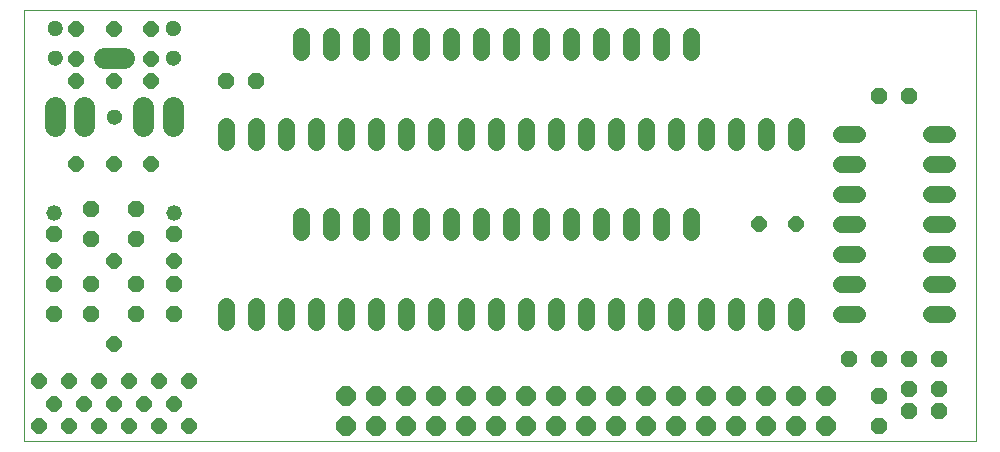
<source format=gts>
G75*
G70*
%OFA0B0*%
%FSLAX24Y24*%
%IPPOS*%
%LPD*%
%AMOC8*
5,1,8,0,0,1.08239X$1,22.5*
%
%ADD10C,0.0000*%
%ADD11C,0.0560*%
%ADD12OC8,0.0560*%
%ADD13OC8,0.0640*%
%ADD14C,0.0690*%
%ADD15C,0.0512*%
%ADD16OC8,0.0520*%
%ADD17C,0.0520*%
%ADD18OC8,0.0512*%
D10*
X002180Y003130D02*
X002180Y017500D01*
X033922Y017500D01*
X033922Y003130D01*
X002180Y003130D01*
X004944Y013949D02*
X004946Y013979D01*
X004952Y014009D01*
X004961Y014038D01*
X004974Y014065D01*
X004991Y014090D01*
X005010Y014113D01*
X005033Y014134D01*
X005058Y014151D01*
X005084Y014165D01*
X005113Y014175D01*
X005142Y014182D01*
X005172Y014185D01*
X005203Y014184D01*
X005233Y014179D01*
X005262Y014170D01*
X005289Y014158D01*
X005315Y014143D01*
X005339Y014124D01*
X005360Y014102D01*
X005378Y014078D01*
X005393Y014051D01*
X005404Y014023D01*
X005412Y013994D01*
X005416Y013964D01*
X005416Y013934D01*
X005412Y013904D01*
X005404Y013875D01*
X005393Y013847D01*
X005378Y013820D01*
X005360Y013796D01*
X005339Y013774D01*
X005315Y013755D01*
X005289Y013740D01*
X005262Y013728D01*
X005233Y013719D01*
X005203Y013714D01*
X005172Y013713D01*
X005142Y013716D01*
X005113Y013723D01*
X005084Y013733D01*
X005058Y013747D01*
X005033Y013764D01*
X005010Y013785D01*
X004991Y013808D01*
X004974Y013833D01*
X004961Y013860D01*
X004952Y013889D01*
X004946Y013919D01*
X004944Y013949D01*
X002975Y015917D02*
X002977Y015947D01*
X002983Y015977D01*
X002992Y016006D01*
X003005Y016033D01*
X003022Y016058D01*
X003041Y016081D01*
X003064Y016102D01*
X003089Y016119D01*
X003115Y016133D01*
X003144Y016143D01*
X003173Y016150D01*
X003203Y016153D01*
X003234Y016152D01*
X003264Y016147D01*
X003293Y016138D01*
X003320Y016126D01*
X003346Y016111D01*
X003370Y016092D01*
X003391Y016070D01*
X003409Y016046D01*
X003424Y016019D01*
X003435Y015991D01*
X003443Y015962D01*
X003447Y015932D01*
X003447Y015902D01*
X003443Y015872D01*
X003435Y015843D01*
X003424Y015815D01*
X003409Y015788D01*
X003391Y015764D01*
X003370Y015742D01*
X003346Y015723D01*
X003320Y015708D01*
X003293Y015696D01*
X003264Y015687D01*
X003234Y015682D01*
X003203Y015681D01*
X003173Y015684D01*
X003144Y015691D01*
X003115Y015701D01*
X003089Y015715D01*
X003064Y015732D01*
X003041Y015753D01*
X003022Y015776D01*
X003005Y015801D01*
X002992Y015828D01*
X002983Y015857D01*
X002977Y015887D01*
X002975Y015917D01*
X002975Y016902D02*
X002977Y016932D01*
X002983Y016962D01*
X002992Y016991D01*
X003005Y017018D01*
X003022Y017043D01*
X003041Y017066D01*
X003064Y017087D01*
X003089Y017104D01*
X003115Y017118D01*
X003144Y017128D01*
X003173Y017135D01*
X003203Y017138D01*
X003234Y017137D01*
X003264Y017132D01*
X003293Y017123D01*
X003320Y017111D01*
X003346Y017096D01*
X003370Y017077D01*
X003391Y017055D01*
X003409Y017031D01*
X003424Y017004D01*
X003435Y016976D01*
X003443Y016947D01*
X003447Y016917D01*
X003447Y016887D01*
X003443Y016857D01*
X003435Y016828D01*
X003424Y016800D01*
X003409Y016773D01*
X003391Y016749D01*
X003370Y016727D01*
X003346Y016708D01*
X003320Y016693D01*
X003293Y016681D01*
X003264Y016672D01*
X003234Y016667D01*
X003203Y016666D01*
X003173Y016669D01*
X003144Y016676D01*
X003115Y016686D01*
X003089Y016700D01*
X003064Y016717D01*
X003041Y016738D01*
X003022Y016761D01*
X003005Y016786D01*
X002992Y016813D01*
X002983Y016842D01*
X002977Y016872D01*
X002975Y016902D01*
X006913Y016902D02*
X006915Y016932D01*
X006921Y016962D01*
X006930Y016991D01*
X006943Y017018D01*
X006960Y017043D01*
X006979Y017066D01*
X007002Y017087D01*
X007027Y017104D01*
X007053Y017118D01*
X007082Y017128D01*
X007111Y017135D01*
X007141Y017138D01*
X007172Y017137D01*
X007202Y017132D01*
X007231Y017123D01*
X007258Y017111D01*
X007284Y017096D01*
X007308Y017077D01*
X007329Y017055D01*
X007347Y017031D01*
X007362Y017004D01*
X007373Y016976D01*
X007381Y016947D01*
X007385Y016917D01*
X007385Y016887D01*
X007381Y016857D01*
X007373Y016828D01*
X007362Y016800D01*
X007347Y016773D01*
X007329Y016749D01*
X007308Y016727D01*
X007284Y016708D01*
X007258Y016693D01*
X007231Y016681D01*
X007202Y016672D01*
X007172Y016667D01*
X007141Y016666D01*
X007111Y016669D01*
X007082Y016676D01*
X007053Y016686D01*
X007027Y016700D01*
X007002Y016717D01*
X006979Y016738D01*
X006960Y016761D01*
X006943Y016786D01*
X006930Y016813D01*
X006921Y016842D01*
X006915Y016872D01*
X006913Y016902D01*
X006913Y015917D02*
X006915Y015947D01*
X006921Y015977D01*
X006930Y016006D01*
X006943Y016033D01*
X006960Y016058D01*
X006979Y016081D01*
X007002Y016102D01*
X007027Y016119D01*
X007053Y016133D01*
X007082Y016143D01*
X007111Y016150D01*
X007141Y016153D01*
X007172Y016152D01*
X007202Y016147D01*
X007231Y016138D01*
X007258Y016126D01*
X007284Y016111D01*
X007308Y016092D01*
X007329Y016070D01*
X007347Y016046D01*
X007362Y016019D01*
X007373Y015991D01*
X007381Y015962D01*
X007385Y015932D01*
X007385Y015902D01*
X007381Y015872D01*
X007373Y015843D01*
X007362Y015815D01*
X007347Y015788D01*
X007329Y015764D01*
X007308Y015742D01*
X007284Y015723D01*
X007258Y015708D01*
X007231Y015696D01*
X007202Y015687D01*
X007172Y015682D01*
X007141Y015681D01*
X007111Y015684D01*
X007082Y015691D01*
X007053Y015701D01*
X007027Y015715D01*
X007002Y015732D01*
X006979Y015753D01*
X006960Y015776D01*
X006943Y015801D01*
X006930Y015828D01*
X006921Y015857D01*
X006915Y015887D01*
X006913Y015917D01*
D11*
X008930Y013640D02*
X008930Y013120D01*
X009930Y013120D02*
X009930Y013640D01*
X010930Y013640D02*
X010930Y013120D01*
X011930Y013120D02*
X011930Y013640D01*
X012930Y013640D02*
X012930Y013120D01*
X013930Y013120D02*
X013930Y013640D01*
X014930Y013640D02*
X014930Y013120D01*
X015930Y013120D02*
X015930Y013640D01*
X016930Y013640D02*
X016930Y013120D01*
X017930Y013120D02*
X017930Y013640D01*
X018930Y013640D02*
X018930Y013120D01*
X019930Y013120D02*
X019930Y013640D01*
X020930Y013640D02*
X020930Y013120D01*
X021930Y013120D02*
X021930Y013640D01*
X022930Y013640D02*
X022930Y013120D01*
X023930Y013120D02*
X023930Y013640D01*
X024930Y013640D02*
X024930Y013120D01*
X025930Y013120D02*
X025930Y013640D01*
X026930Y013640D02*
X026930Y013120D01*
X027930Y013120D02*
X027930Y013640D01*
X029420Y013380D02*
X029940Y013380D01*
X029940Y012380D02*
X029420Y012380D01*
X029420Y011380D02*
X029940Y011380D01*
X029940Y010380D02*
X029420Y010380D01*
X029420Y009380D02*
X029940Y009380D01*
X029940Y008380D02*
X029420Y008380D01*
X027930Y007640D02*
X027930Y007120D01*
X026930Y007120D02*
X026930Y007640D01*
X025930Y007640D02*
X025930Y007120D01*
X024930Y007120D02*
X024930Y007640D01*
X023930Y007640D02*
X023930Y007120D01*
X022930Y007120D02*
X022930Y007640D01*
X021930Y007640D02*
X021930Y007120D01*
X020930Y007120D02*
X020930Y007640D01*
X019930Y007640D02*
X019930Y007120D01*
X018930Y007120D02*
X018930Y007640D01*
X017930Y007640D02*
X017930Y007120D01*
X016930Y007120D02*
X016930Y007640D01*
X015930Y007640D02*
X015930Y007120D01*
X014930Y007120D02*
X014930Y007640D01*
X013930Y007640D02*
X013930Y007120D01*
X012930Y007120D02*
X012930Y007640D01*
X011930Y007640D02*
X011930Y007120D01*
X010930Y007120D02*
X010930Y007640D01*
X009930Y007640D02*
X009930Y007120D01*
X008930Y007120D02*
X008930Y007640D01*
X011430Y010120D02*
X011430Y010640D01*
X012430Y010640D02*
X012430Y010120D01*
X013430Y010120D02*
X013430Y010640D01*
X014430Y010640D02*
X014430Y010120D01*
X015430Y010120D02*
X015430Y010640D01*
X016430Y010640D02*
X016430Y010120D01*
X017430Y010120D02*
X017430Y010640D01*
X018430Y010640D02*
X018430Y010120D01*
X019430Y010120D02*
X019430Y010640D01*
X020430Y010640D02*
X020430Y010120D01*
X021430Y010120D02*
X021430Y010640D01*
X022430Y010640D02*
X022430Y010120D01*
X023430Y010120D02*
X023430Y010640D01*
X024430Y010640D02*
X024430Y010120D01*
X029420Y007380D02*
X029940Y007380D01*
X032420Y007380D02*
X032940Y007380D01*
X032940Y008380D02*
X032420Y008380D01*
X032420Y009380D02*
X032940Y009380D01*
X032940Y010380D02*
X032420Y010380D01*
X032420Y011380D02*
X032940Y011380D01*
X032940Y012380D02*
X032420Y012380D01*
X032420Y013380D02*
X032940Y013380D01*
X024430Y016120D02*
X024430Y016640D01*
X023430Y016640D02*
X023430Y016120D01*
X022430Y016120D02*
X022430Y016640D01*
X021430Y016640D02*
X021430Y016120D01*
X020430Y016120D02*
X020430Y016640D01*
X019430Y016640D02*
X019430Y016120D01*
X018430Y016120D02*
X018430Y016640D01*
X017430Y016640D02*
X017430Y016120D01*
X016430Y016120D02*
X016430Y016640D01*
X015430Y016640D02*
X015430Y016120D01*
X014430Y016120D02*
X014430Y016640D01*
X013430Y016640D02*
X013430Y016120D01*
X012430Y016120D02*
X012430Y016640D01*
X011430Y016640D02*
X011430Y016120D01*
D12*
X009930Y015130D03*
X008930Y015130D03*
X005930Y010880D03*
X005930Y009880D03*
X004430Y009880D03*
X004430Y010880D03*
X004430Y008380D03*
X003180Y008380D03*
X003180Y007380D03*
X004430Y007380D03*
X005930Y007380D03*
X007180Y007380D03*
X007180Y008380D03*
X005930Y008380D03*
X029680Y005880D03*
X030680Y005880D03*
X031680Y005880D03*
X032680Y005880D03*
X032680Y004880D03*
X031680Y004880D03*
X030680Y004630D03*
X031680Y004130D03*
X032680Y004130D03*
X030680Y003630D03*
X030680Y014630D03*
X031680Y014630D03*
D13*
X028930Y004630D03*
X027930Y004630D03*
X026930Y004630D03*
X025930Y004630D03*
X024930Y004630D03*
X023930Y004630D03*
X022930Y004630D03*
X021930Y004630D03*
X020930Y004630D03*
X019930Y004630D03*
X018930Y004630D03*
X017930Y004630D03*
X016930Y004630D03*
X015930Y004630D03*
X014930Y004630D03*
X013930Y004630D03*
X012930Y004630D03*
X012930Y003630D03*
X013930Y003630D03*
X014930Y003630D03*
X015930Y003630D03*
X016930Y003630D03*
X017930Y003630D03*
X018930Y003630D03*
X019930Y003630D03*
X020930Y003630D03*
X021930Y003630D03*
X022930Y003630D03*
X023930Y003630D03*
X024930Y003630D03*
X025930Y003630D03*
X026930Y003630D03*
X027930Y003630D03*
X028930Y003630D03*
D14*
X007149Y013624D02*
X007149Y014274D01*
X006164Y014274D02*
X006164Y013624D01*
X004196Y013624D02*
X004196Y014274D01*
X003211Y014274D02*
X003211Y013624D01*
X004855Y015917D02*
X005505Y015917D01*
D15*
X007149Y015917D03*
X007149Y016902D03*
X003211Y016902D03*
X003211Y015917D03*
X005180Y013949D03*
D16*
X003180Y010030D03*
X007180Y010030D03*
D17*
X007180Y010730D03*
X003180Y010730D03*
D18*
X003180Y009130D03*
X005180Y009130D03*
X007180Y009130D03*
X005180Y006380D03*
X004680Y005130D03*
X003680Y005130D03*
X002680Y005130D03*
X003180Y004380D03*
X004180Y004380D03*
X005180Y004380D03*
X006180Y004380D03*
X007180Y004380D03*
X006680Y003630D03*
X005680Y003630D03*
X004680Y003630D03*
X003680Y003630D03*
X002680Y003630D03*
X005680Y005130D03*
X006680Y005130D03*
X007680Y005130D03*
X007680Y003630D03*
X006430Y012380D03*
X005180Y012380D03*
X003930Y012380D03*
X003930Y015130D03*
X005180Y015130D03*
X006430Y015130D03*
X006430Y015880D03*
X006430Y016880D03*
X005180Y016880D03*
X003930Y016880D03*
X003930Y015880D03*
X026680Y010380D03*
X027930Y010380D03*
M02*

</source>
